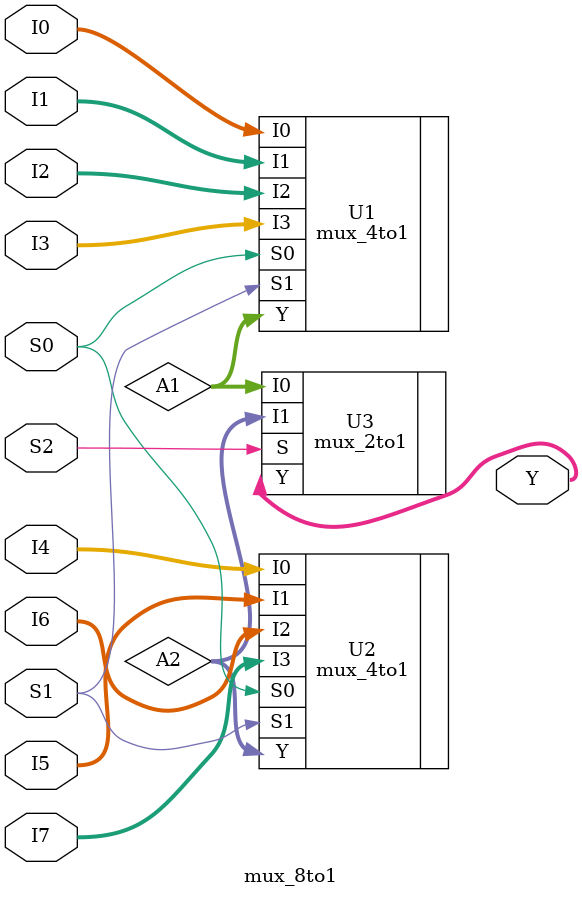
<source format=v>
module mux_8to1(I0,I1,I2,I3,I4,I5,I6,I7,S0,S1,S2,Y);

output [3:0]Y;
input [3:0]I0,I1,I2,I3,I4,I5,I6,I7;
input S0,S1,S2;
wire [3:0]A1,A2;

mux_4to1 U1(.I0(I0),.I1(I1),.I2(I2),.I3(I3),.S0(S0),.S1(S1),.Y(A1));
mux_4to1 U2(.I0(I4),.I1(I5),.I2(I6),.I3(I7),.S0(S0),.S1(S1),.Y(A2));
mux_2to1 U3(.I0(A1),.I1(A2),.S(S2),.Y(Y));

endmodule

</source>
